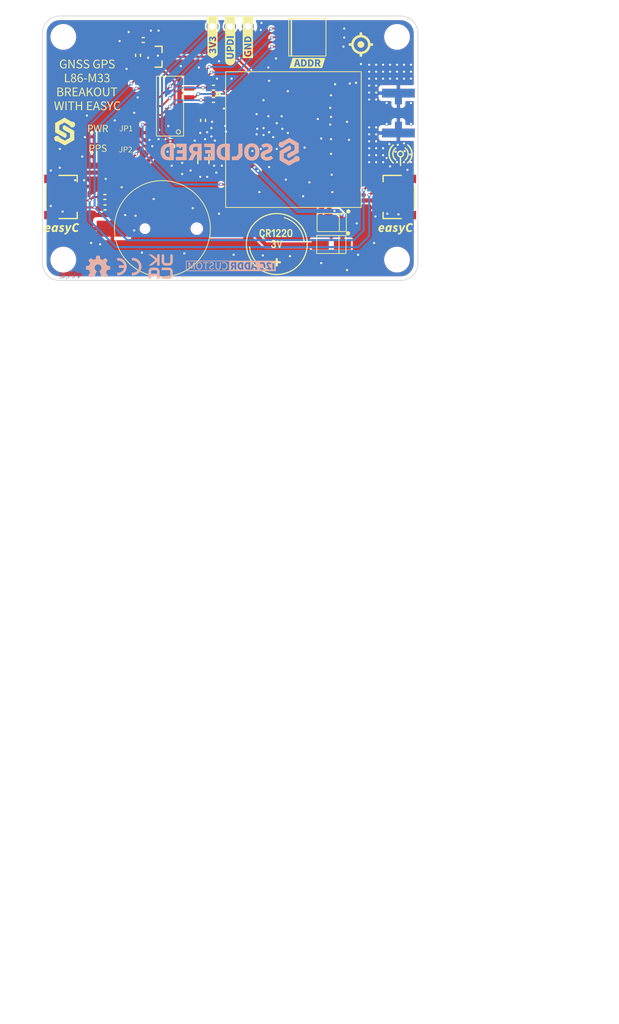
<source format=kicad_pcb>
(kicad_pcb (version 20211014) (generator pcbnew)
  (title_block (title "GNSS GPS L86-M33 breakout with easyC") (date "2022-12-08") (rev "V1.1.0.") (company "SOLDERED") (comment 1 "333213"))
  (layers (0 "F.Cu" signal) (31 "B.Cu" signal) (34 "B.Paste" user) (35 "F.Paste" user) (36 "B.SilkS" user "B.Silkscreen") (37 "F.SilkS" user "F.Silkscreen") (38 "B.Mask" user) (39 "F.Mask" user) (44 "Edge.Cuts" user))
  (net 0 "")
  (net 1 "GND")
  (net 2 "3V3")
  (net 3 "V_BCKP")
  (net 4 "Net-(D2-Pad1)")
  (net 5 "Net-(D3-Pad1)")
  (net 6 "Net-(D4-Pad1)")
  (net 7 "RXD1")
  (net 8 "TXD1")
  (net 9 "Net-(JP4-Pad2)")
  (net 10 "Net-(R1-Pad1)")
  (net 11 "ANT")
  (net 12 "ANT_DET")
  (net 13 "PPS")
  (net 14 "FORCE_ON")
  (net 15 "RESET")
  (net 16 "Net-(R3-Pad1)")
  (net 18 "SCL")
  (net 19 "SDA")
  (net 20 "UPDI")
  (net 21 "ADD1")
  (net 22 "ADD2")
  (net 23 "ADD3")
  (net 24 "Net-(Q1-Pad1)")
  (net 25 "Net-(Q1-Pad3)")
  (net 26 "Net-(JP2-Pad2)")
  (footprint "e-radionica.com footprinti:SMD-JUMPER-CONNECTED_TRACE_SOLDERMASK" (layer "F.Cu") (at 121.95 107.19 180)
    (fp_text reference "JP4")
    (fp_text value "SMD-JUMPER-CONNECTED_TRACE_SOLDERMASK")
  )
  (footprint "kibuzzard-646B1202" (layer "F.Cu") (at 148.1 93.75)
    (fp_text reference "kibuzzard-646B1202" hide)
    (fp_text value "G***" hide)
  )
  (footprint "e-radionica.com footprinti:0603R" (layer "F.Cu") (at 124.5 90.45)
    (fp_text reference "R6")
    (fp_text value "47k")
  )
  (footprint "e-radionica.com footprinti:HOLE_3.2mm" (layer "F.Cu") (at 161 122)
    (fp_text reference "H3" hide)
    (fp_text value "HOLE_3.2mm" hide)
  )
  (footprint "e-radionica.com footprinti:HOLE_3.2mm" (layer "F.Cu") (at 113 90)
    (fp_text reference "H1" hide)
    (fp_text value "HOLE_3.2mm" hide)
  )
  (footprint "e-radionica.com footprinti:0402LED" (layer "F.Cu") (at 118 107.2 180)
    (fp_text reference "D4")
    (fp_text value "blue")
  )
  (footprint "Soldered Graphics:Logo-Front-easyC-5mm" (layer "F.Cu") (at 160.8 117.5)
    (fp_text reference "G***" hide)
    (fp_text value "LOGO" hide)
  )
  (footprint "e-radionica.com footprinti:0603R" (layer "F.Cu") (at 134.6 97.3 180)
    (fp_text reference "R3")
    (fp_text value "1k")
  )
  (footprint "kibuzzard-646B10BE" (layer "F.Cu") (at 116.45 93.9)
    (fp_text reference "kibuzzard-646B10BE" hide)
    (fp_text value "G***" hide)
  )
  (footprint "Soldered Graphics:Logo-Back-UKCA-3.5mm" (layer "F.Cu") (at 127 123)
    (fp_text reference "REF**" hide)
    (fp_text value "Logo-Back-UKCA-3.5mm" hide)
  )
  (footprint "e-radionica.com footprinti:SMD-JUMPER-CONNECTED_TRACE_SOLDERMASK" (layer "F.Cu") (at 122 104.35 180)
    (fp_text reference "JP2")
    (fp_text value "SMD-JUMPER-CONNECTED_TRACE_SOLDERMASK")
  )
  (footprint "kibuzzard-646B1217" (layer "F.Cu") (at 134.46 90.03 90)
    (fp_text reference "kibuzzard-646B1217" hide)
    (fp_text value "G***" hide)
  )
  (footprint "kibuzzard-646B10CD" (layer "F.Cu") (at 116.45 95.9)
    (fp_text reference "kibuzzard-646B10CD" hide)
    (fp_text value "G***" hide)
  )
  (footprint "Soldered Graphics:Logo-Front-easyC-5mm" (layer "F.Cu") (at 112.8 117.5)
    (fp_text reference "G***" hide)
    (fp_text value "LOGO" hide)
  )
  (footprint "kibuzzard-646B1119" (layer "F.Cu") (at 118 106)
    (fp_text reference "kibuzzard-646B1119" hide)
    (fp_text value "G***" hide)
  )
  (footprint "kibuzzard-646B1126" (layer "F.Cu") (at 122 103.15)
    (fp_text reference "kibuzzard-646B1126" hide)
    (fp_text value "G***" hide)
  )
  (footprint "e-radionica.com footprinti:CR1220_HOLDER" (layer "F.Cu") (at 128.25 117.55 90)
    (fp_text reference "K3")
    (fp_text value "CR1220_HOLDER")
  )
  (footprint "e-radionica.com footprinti:M4_DIODA" (layer "F.Cu") (at 151.6 116.67)
    (fp_text reference "D1")
    (fp_text value "M4_DIODA")
  )
  (footprint "Soldered Graphics:Logo-Front-Soldered-4mm" (layer "F.Cu") (at 113.2 103.6)
    (fp_text reference "G***" hide)
    (fp_text value "LOGO" hide)
  )
  (footprint "Soldered Graphics:Symbol-Front-CR1220" (layer "F.Cu") (at 143.7 119.75)
    (fp_text reference "REF**" hide)
    (fp_text value "Symbol-Front-CR1220" hide)
  )
  (footprint "e-radionica.com footprinti:M4_DIODA" (layer "F.Cu") (at 151.55 119.82)
    (fp_text reference "D2")
    (fp_text value "M4_DIODA")
  )
  (footprint "kibuzzard-646B10E4" (layer "F.Cu") (at 116.45 99.9)
    (fp_text reference "kibuzzard-646B10E4" hide)
    (fp_text value "G***" hide)
  )
  (footprint "e-radionica.com footprinti:0603R" (layer "F.Cu") (at 134.6 99.05 180)
    (fp_text reference "R1")
    (fp_text value "1k")
  )
  (footprint "e-radionica.com footprinti:DSHP03TS-S" (layer "F.Cu") (at 148.1 90.05)
    (fp_text reference "K8")
    (fp_text value "DSHP03TS-S")
  )
  (footprint "Soldered Graphics:Symbol-front-GNSS" (layer "F.Cu") (at 155.8 91.1)
    (fp_text reference "G***" hide)
    (fp_text value "LOGO" hide)
  )
  (footprint "e-radionica.com footprinti:0603R" (layer "F.Cu") (at 133.1 102 -90)
    (fp_text reference "R5")
    (fp_text value "10k")
  )
  (footprint "e-radionica.com footprinti:easyC-connector" (layer "F.Cu") (at 113.3 113 90)
    (fp_text reference "K7")
    (fp_text value "easyC-SMD")
  )
  (footprint "kibuzzard-646B1134" (layer "F.Cu") (at 121.95 106.18)
    (fp_text reference "kibuzzard-646B1134" hide)
    (fp_text value "G***" hide)
  )
  (footprint "kibuzzard-646B123E" (layer "F.Cu") (at 139.54 90 90)
    (fp_text reference "kibuzzard-646B123E" hide)
    (fp_text value "G***" hide)
  )
  (footprint "e-radionica.com footprinti:0603R" (layer "F.Cu") (at 123.75 92.65 90)
    (fp_text reference "R2")
    (fp_text value "4k7")
  )
  (footprint "e-radionica.com footprinti:0402R" (layer "F.Cu") (at 120 107.2 180)
    (fp_text reference "R10")
    (fp_text value "2k2")
  )
  (footprint "kibuzzard-646B122B" (layer "F.Cu") (at 137 90.5 90)
    (fp_text reference "kibuzzard-646B122B" hide)
    (fp_text value "G***" hide)
  )
  (footprint "e-radionica.com footprinti:HOLE_3.2mm" (layer "F.Cu") (at 113 122)
    (fp_text reference "H4" hide)
    (fp_text value "HOLE_3.2mm" hide)
  )
  (footprint "e-radionica.com footprinti:L86-M33" (layer "F.Cu") (at 146.1 104.75 180)
    (fp_text reference "U2")
    (fp_text value "L86-M33")
  )
  (footprint "e-radionica.com footprinti:FIDUCIAL_23" (layer "F.Cu") (at 161.75 113)
    (fp_text reference "FD1")
    (fp_text value "FIDUCIAL")
  )
  (footprint "e-radionica.com footprinti:HEADER-UPDI" (layer "F.Cu") (at 137 88.5)
    (fp_text reference "K6")
    (fp_text value "HEADER-UPDI")
  )
  (footprint "e-radionica.com footprinti:IPX connector with SMA" (layer "F.Cu") (at 160.2 100.94 -90)
    (fp_text reference "K1")
    (fp_text value "IPX connector with SMA")
  )
  (footprint "kibuzzard-646B10D8" (layer "F.Cu") (at 116.45 97.9)
    (fp_text reference "kibuzzard-646B10D8" hide)
    (fp_text value "G***" hide)
  )
  (footprint "Soldered Graphics:Logo-Back-SolderedFULL-20mm" (layer "F.Cu") (at 137 106.5)
    (fp_text reference "REF**" hide)
    (fp_text value "Logo-Front-SolderedFULL-20mm" hide)
  )
  (footprint "e-radionica.com footprinti:0402R" (layer "F.Cu") (at 120.1 104.35 180)
    (fp_text reference "R9")
    (fp_text value "2k2")
  )
  (footprint "Soldered Graphics:Logo-Back-CE-3.5mm" (layer "F.Cu") (at 122.5 123)
    (fp_text reference "REF**" hide)
    (fp_text value "Logo-Back-CE-3.5mm" hide)
  )
  (footprint "e-radionica.com footprinti:0402LED" (layer "F.Cu") (at 118 104.35 180)
    (fp_text reference "D3")
    (fp_text value "purple")
  )
  (footprint "Soldered Graphics:Logo-Back-OSH-3.5mm" (layer "F.Cu") (at 118 123)
    (fp_text reference "G***" hide)
    (fp_text value "LOGO" hide)
  )
  (footprint "Soldered Graphics:Symbol-Front-Antenna" (layer "F.Cu") (at 161.5 107)
    (fp_text reference "G***" hide)
    (fp_text value "LOGO" hide)
  )
  (footprint "kibuzzard-646B110E" (layer "F.Cu") (at 118 103.15)
    (fp_text reference "kibuzzard-646B110E" hide)
    (fp_text value "G***" hide)
  )
  (footprint "e-radionica.com footprinti:SOIC-14" (layer "F.Cu") (at 128.35 99.95 180)
    (fp_text reference "U5")
    (fp_text value "ATTINY1604-SSNR")
  )
  (footprint "e-radionica.com footprinti:HOLE_3.2mm" (layer "F.Cu") (at 161 90)
    (fp_text reference "H2" hide)
    (fp_text value "HOLE_3.2mm" hide)
  )
  (footprint "e-radionica.com footprinti:0603C" (layer "F.Cu") (at 134.95 106.77 90)
    (fp_text reference "C2")
    (fp_text value "100n")
  )
  (footprint "e-radionica.com footprinti:easyC-connector" (layer "F.Cu") (at 160.7 113 -90)
    (fp_text reference "K5")
    (fp_text value "easyC-SMD")
  )
  (footprint "e-radionica.com footprinti:0603R" (layer "F.Cu") (at 118.975 113)
    (fp_text reference "R4")
    (fp_text value "10k")
  )
  (footprint "e-radionica.com footprinti:1206C" (layer "F.Cu") (at 133.15 107.55 90)
    (fp_text reference "C3")
    (fp_text value "10u")
  )
  (footprint "e-radionica.com footprinti:0603C" (layer "F.Cu") (at 129.4 105.7 -90)
    (fp_text reference "C5")
    (fp_text value "100n")
  )
  (footprint "e-radionica.com footprinti:SOT-23-3" (layer "F.Cu") (at 126.5 92.85)
    (fp_text reference "Q1")
    (fp_text value "NPN")
  )
  (footprint "e-radionica.com footprinti:0603R" (layer "F.Cu") (at 119 114.5)
    (fp_text reference "R7")
    (fp_text value "10k")
  )
  (footprint "Soldered Graphics:Symbol-Front_I2C_ADDR_CUSTOM-NewFont" (layer "B.Cu") (at 137.1 122.9 180)
    (fp_text reference "REF**" hide)
    (fp_text value "Symbol-Front_I2C_ADDR_CUSTOM" hide)
  )
  (footprint "Soldered Graphics:Version1.1.0" (layer "B.Cu") (at 113.9 124.3 180)
    (fp_text reference "Ref**" hide)
    (fp_text value "Val**" hide)
  )
  (gr_line (start 112.5 125) (end 161.5 125) (layer "Edge.Cuts") (width 0.1))
  (gr_arc (start 164 122.5) (mid 163.267767 124.267767) (end 161.5 125) (layer "Edge.Cuts") (width 0.1))
  (gr_arc (start 110 89.5) (mid 110.732233 87.732233) (end 112.5 87) (layer "Edge.Cuts") (width 0.1))
  (gr_arc (start 112.5 125) (mid 110.732233 124.267767) (end 110 122.5) (layer "Edge.Cuts") (width 0.1))
  (gr_line (start 161.5 87) (end 112.5 87) (layer "Edge.Cuts") (width 0.1))
  (gr_arc (start 161.5 87) (mid 163.267767 87.732233) (end 164 89.5) (layer "Edge.Cuts") (width 0.1))
  (gr_line (start 164 122.5) (end 164 89.5) (layer "Edge.Cuts") (width 0.1))
  (gr_line (start 110 89.5) (end 110 122.5) (layer "Edge.Cuts") (width 0.1))
  (via (at 148.4 110.9) (size 0.5) (drill 0.3) (layers "F.Cu" "B.Cu") (net 1))
  (via (at 157 108) (size 0.5) (drill 0.3) (layers "F.Cu" "B.Cu") (net 1))
  (via (at 157 96) (size 0.5) (drill 0.3) (layers "F.Cu" "B.Cu") (net 1))
  (via (at 117 119.6) (size 0.5) (drill 0.3) (layers "F.Cu" "B.Cu") (net 1))
  (via (at 141.7 121.4) (size 0.5) (drill 0.3) (layers "F.Cu" "B.Cu") (net 1))
  (via (at 158 106) (size 0.5) (drill 0.3) (layers "F.Cu" "B.Cu") (net 1))
  (via (at 162 108) (size 0.5) (drill 0.3) (layers "F.Cu" "B.Cu") (net 1))
  (via (at 118.3 119.8) (size 0.5) (drill 0.3) (layers "F.Cu" "B.Cu") (net 1))
  (via (at 162.1 106.4) (size 0.5) (drill 0.3) (layers "F.Cu" "B.Cu") (net 1))
  (via (at 135 109.5) (size 0.5) (drill 0.3) (layers "F.Cu" "B.Cu") (net 1))
  (via (at 149.6 101.8) (size 0.5) (drill 0.3) (layers "F.Cu" "B.Cu") (net 1))
  (via (at 142.6 103.7) (size 0.5) (drill 0.3) (layers "F.Cu" "B.Cu") (net 1))
  (via (at 132.5 94.4) (size 0.5) (drill 0.3) (layers "F.Cu" "B.Cu") (net 1))
  (via (at 141.5 88) (size 0.5) (drill 0.3) (layers "F.Cu" "B.Cu") (net 1))
  (via (at 158 95) (size 0.5) (drill 0.3) (layers "F.Cu" "B.Cu") (net 1))
  (via (at 157.7 119.6) (size 0.5) (drill 0.3) (layers "F.Cu" "B.Cu") (net 1))
  (via (at 135.4 115.4) (size 0.5) (drill 0.3) (layers "F.Cu" "B.Cu") (net 1))
  (via (at 141.2 112.3) (size 0.5) (drill 0.3) (layers "F.Cu" "B.Cu") (net 1))
  (via (at 158 108) (size 0.5) (drill 0.3) (layers "F.Cu" "B.Cu") (net 1))
  (via (at 135.1 96) (size 0.5) (drill 0.3) (layers "F.Cu" "B.Cu") (net 1))
  (via (at 134.3 103.1) (size 0.5) (drill 0.3) (layers "F.Cu" "B.Cu") (net 1))
  (via (at 131.6 114.6) (size 0.5) (drill 0.3) (layers "F.Cu" "B.Cu") (net 1))
  (via (at 150.1 104.6) (size 0.5) (drill 0.3) (layers "F.Cu" "B.Cu") (net 1))
  (via (at 140.8 101.1) (size 0.5) (drill 0.3) (layers "F.Cu" "B.Cu") (net 1))
  (via (at 134.4 102.2) (size 0.5) (drill 0.3) (layers "F.Cu" "B.Cu") (net 1))
  (via (at 154.1 104.8) (size 0.5) (drill 0.3) (layers "F.Cu" "B.Cu") (net 1))
  (via (at 160 108.6) (size 0.5) (drill 0.3) (layers "F.Cu" "B.Cu") (net 1))
  (via (at 150.1 122.5) (size 0.5) (drill 0.3) (layers "F.Cu" "B.Cu") (net 1))
  (via (at 157 103) (size 0.5) (drill 0.3) (layers "F.Cu" "B.Cu") (net 1))
  (via (at 125.8 105.7) (size 0.5) (drill 0.3) (layers "F.Cu" "B.Cu") (net 1))
  (via (at 116 110.6) (size 0.5) (drill 0.3) (layers "F.Cu" "B.Cu") (net 1))
  (via (at 130.4 121.1) (size 0.5) (drill 0.3) (layers "F.Cu" "B.Cu") (net 1))
  (via (at 132.7 110.1) (size 0.5) (drill 0.3) (layers "F.Cu" "B.Cu") (net 1))
  (via (at 151.5 98.4) (size 0.5) (drill 0.3) (layers "F.Cu" "B.Cu") (net 1))
  (via (at 121.1 90.6) (size 0.5) (drill 0.3) (layers "F.Cu" "B.Cu") (net 1))
  (via (at 161.1 105.5) (size 0.5) (drill 0.3) (layers "F.Cu" "B.Cu") (net 1))
  (via (at 140.9 103.2) (size 0.5) (drill 0.3) (layers "F.Cu" "B.Cu") (net 1))
  (via (at 162 95) (size 0.5) (drill 0.3) (layers "F.Cu" "B.Cu") (net 1))
  (via (at 158 99) (size 0.5) (drill 0.3) (layers "F.Cu" "B.Cu") (net 1))
  (via (at 116.4 101.3) (size 0.5) (drill 0.3) (layers "F.Cu" "B.Cu") (net 1))
  (via (at 136.4 103.6) (size 0.5) (drill 0.3) (layers "F.Cu" "B.Cu") (net 1))
  (via (at 143.2 104.4) (size 0.5) (drill 0.3) (layers "F.Cu" "B.Cu") (net 1))
  (via (at 141.8 99.1) (size 0.5) (drill 0.3) (layers "F.Cu" "B.Cu") (net 1))
  (via (at 126 113.3) (size 0.5) (drill 0.3) (layers "F.Cu" "B.Cu") (net 1))
  (via (at 162.5 109.1) (size 0.5) (drill 0.3) (layers "F.Cu" "B.Cu") (net 1))
  (via (at 147.5 112.9) (size 0.5) (drill 0.3) (layers "F.Cu" "B.Cu") (net 1))
  (via (at 142.5 101.4) (size 0.5) (drill 0.3) (layers "F.Cu" "B.Cu") (net 1))
  (via (at 157 95) (size 0.5) (drill 0.3) (layers "F.Cu" "B.Cu") (net 1))
  (via (at 123.7 98.7) (size 0.5) (drill 0.3) (layers "F.Cu" "B.Cu") (net 1))
  (via (at 114.7 110.6) (size 0.5) (drill 0.3) (layers "F.Cu" "B.Cu") (net 1))
  (via (at 163 96) (size 0.5) (drill 0.3) (layers "F.Cu" "B.Cu") (net 1))
  (via (at 162.9 106.9) (size 0.5) (drill 0.3) (layers "F.Cu" "B.Cu") (net 1))
  (via (at 142.6 96.3) (size 0.5) (drill 0.3) (layers "F.Cu" "B.Cu") (net 1))
  (via (at 126.7 89.1) (size 0.5) (drill 0.3) (layers "F.Cu" "B.Cu") (net 1))
  (via (at 128.1 102.8) (size 0.5) (drill 0.3) (layers "F.Cu" "B.Cu") (net 1))
  (via (at 142.5 94.4) (size 0.5) (drill 0.3) (layers "F.Cu" "B.Cu") (net 1))
  (via (at 153.8 102.2) (size 0.5) (drill 0.3) (layers "F.Cu" "B.Cu") (net 1))
  (via (at 141.8 104.1) (size 0.5) (drill 0.3) (layers "F.Cu" "B.Cu") (net 1))
  (via (at 162 105.3) (size 0.5) (drill 0.3) (layers "F.Cu" "B.Cu") (net 1))
  (via (at 145.3 97.8) (size 0.5) (drill 0.3) (layers "F.Cu" "B.Cu") (net 1))
  (via (at 159 107) (size 0.5) (drill 0.3) (layers "F.Cu" "B.Cu") (net 1))
  (via (at 137.2 96) (size 0.5) (drill 0.3) (layers "F.Cu" "B.Cu") (net 1))
  (via (at 162 94) (size 0.5) (drill 0.3) (layers "F.Cu" "B.Cu") (net 1))
  (via (at 130.1 108.1) (size 0.5) (drill 0.3) (layers "F.Cu" "B.Cu") (net 1))
  (via (at 158 107) (size 0.5) (drill 0.3) (layers "F.Cu" "B.Cu") (net 1))
  (via (at 121.4 111.6) (size 0.5) (drill 0.3) (layers "F.Cu" "B.Cu") (net 1))
  (via (at 161 96) (size 0.5) (drill 0.3) (layers "F.Cu" "B.Cu") (net 1))
  (via (at 159.6 115.4) (size 0.5) (drill 0.3) (layers "F.Cu" "B.Cu") (net 1))
  (via (at 126.6 92.7) (size 0.5) (drill 0.3) (layers "F.Cu" "B.Cu") (net 1))
  (via (at 153.4 90.1) (size 0.5) (drill 0.3) (layers "F.Cu" "B.Cu") (net 1))
  (via (at 157 104) (size 0.5) (drill 0.3) (layers "F.Cu" "B.Cu") (net 1))
  (via (at 145.6 121.5) (size 0.5) (drill 0.3) (layers "F.Cu" "B.Cu") (net 1))
  (via (at 159 106) (size 0.5) (drill 0.3) (layers "F.Cu" "B.Cu") (net 1))
  (via (at 162 96) (size 0.5) (drill 0.3) (layers "F.Cu" "B.Cu") (net 1))
  (via (at 125.4 104.8) (size 0.5) (drill 0.3) (layers "F.Cu" "B.Cu") (net 1))
  (via (at 135.8 108.5) (size 0.5) (drill 0.3) (layers "F.Cu" "B.Cu") (net 1))
  (via (at 131.9 104.9) (size 0.5) (drill 0.3) (layers "F.Cu" "B.Cu") (net 1))
  (via (at 123.2 100.9) (size 0.5) (drill 0.3) (layers "F.Cu" "B.Cu") (net 1))
  (via (at 141.4 89) (size 0.5) (drill 0.3) (layers "F.Cu" "B.Cu") (net 1))
  (via (at 155.2 116.8) (size 0.5) (drill 0.3) (layers "F.Cu" "B.Cu") (net 1))
  (via (at 116.1 104.4) (size 0.5) (drill 0.3) (layers "F.Cu" "B.Cu") (net 1))
  (via (at 112.5 108.8) (size 0.5) (drill 0.3) (layers "F.Cu" "B.Cu") (net 1))
  (via (at 130.1 109.7) (size 0.5) (drill 0.3) (layers "F.Cu" "B.Cu") (net 1))
  (via (at 136.1 100.3) (size 0.5) (drill 0.3) (layers "F.Cu" "B.Cu") (net 1))
  (via (at 123.2 117.8) (size 0.5) (drill 0.3) (layers "F.Cu" "B.Cu") (net 1))
  (via (at 121.9 115.6) (size 0.5) (drill 0.3) (layers "F.Cu" "B.Cu") (net 1))
  (via (at 160.8 106.5) (size 0.5) (drill 0.3) (layers "F.Cu" "B.Cu") (net 1))
  (via (at 158 97) (size 0.5) (drill 0.3) (layers "F.Cu" "B.Cu") (net 1))
  (via (at 159 96) (size 0.5) (drill 0.3) (layers "F.Cu" "B.Cu") (net 1))
  (via (at 151.4 100.2) (size 0.5) (drill 0.3) (layers "F.Cu" "B.Cu") (net 1))
  (via (at 124.3 121) (size 0.5) (drill 0.3) (layers "F.Cu" "B.Cu") (net 1))
  (via (at 158 96) (size 0.5) (drill 0.3) (layers "F.Cu" "B.Cu") (net 1))
  (via (at 144.5 103.2) (size 0.5) (drill 0.3) (layers "F.Cu" "B.Cu") (net 1))
  (via (at 159.5 107.4) (size 0.5) (drill 0.3) (layers "F.Cu" "B.Cu") (net 1))
  (via (at 125.6 89.1) (size 0.5) (drill 0.3) (layers "F.Cu" "B.Cu") (net 1))
  (via (at 131.3 109.2) (size 0.5) (drill 0.3) (layers "F.Cu" "B.Cu") (net 1))
  (via (at 159 94) (size 0.5) (drill 0.3) (layers "F.Cu" "B.Cu") (net 1))
  (via (at 159 108) (size 0.5) (drill 0.3) (layers "F.Cu" "B.Cu") (net 1))
  (via (at 122.1 94.6) (size 0.5) (drill 0.3) (layers "F.Cu" "B.Cu") (net 1))
  (via (at 134.7 108.5) (size 0.5) (drill 0.3) (layers "F.Cu" "B.Cu") (net 1))
  (via (at 159 95) (size 0.5) (drill 0.3) (layers "F.Cu" "B.Cu") (net 1))
  (via (at 158 98) (size 0.5) (drill 0.3) (layers "F.Cu" "B.Cu") (net 1))
  (via (at 133.4 104.7) (size 0.5) (drill 0.3) (layers "F.Cu" "B.Cu") (net 1))
  (via (at 111.2 114.3) (size 0.5) (drill 0.3) (layers "F.Cu" "B.Cu") (net 1))
  (via (at 151.6 109.8) (size 0.5) (drill 0.3) (layers "F.Cu" "B.Cu") (net 1))
  (via (at 151.5 101.5) (size 0.5) (drill 0.3) (layers "F.Cu" "B.Cu") (net 1))
  (via (at 157 105) (size 0.5) (drill 0.3) (layers "F.Cu" "B.Cu") (net 1))
  (via (at 140.2 106.4) (size 0.5) (drill 0.3) (layers "F.Cu" "B.Cu") (net 1))
  (via (at 157 99) (size 0.5) (drill 0.3) (layers "F.Cu" "B.Cu") (net 1))
  (via (at 135.4 93.5) (size 0.5) (drill 0.3) (layers "F.Cu" "B.Cu") (net 1))
  (via (at 157 98) (size 0.5) (drill 0.3) (layers "F.Cu" "B.Cu") (net 1))
  (via (at 111.2 109.2) (size 0.5) (drill 0.3) (layers "F.Cu" "B.Cu") (net 1))
  (via (at 158 94) (size 0.5) (drill 0.3) (layers "F.Cu" "B.Cu") (net 1))
  (via (at 133.7 110.1) (size 0.5) (drill 0.3) (layers "F.Cu" "B.Cu") (net 1))
  (via (at 134.8 104.9) (size 0.5) (drill 0.3) (layers "F.Cu" "B.Cu") (net 1))
  (via (at 161 108) (size 0.5) (drill 0.3) (layers "F.Cu" "B.Cu") (net 1))
  (via (at 151.4 102.6) (size 0.5) (drill 0.3) (layers "F.Cu" "B.Cu") (net 1))
  (via (at 119.1 110.4) (size 0.5) (drill 0.3) (layers "F.Cu" "B.Cu") (net 1))
  (via (at 137.5 121.3) (size 0.5) (drill 0.3) (layers "F.Cu" "B.Cu") (net 1))
  (via (at 112.5 106.1) (size 0.5) (drill 0.3) (layers "F.Cu" "B.Cu") (net 1))
  (via (at 141.4 106.1) (size 0.5) (drill 0.3) (layers "F.Cu" "B.Cu") (net 1))
  (via (at 158 103) (size 0.5) (drill 0.3) (layers "F.Cu" "B.Cu") (net 1))
  (via (at 140.8 104) (size 0.5) (drill 0.3) (layers "F.Cu" "B.Cu") (net 1))
  (via (at 151.5 106.8) (size 0.5) (drill 0.3) (layers "F.Cu" "B.Cu") (net 1))
  (via (at 132.7 103.8) (size 0.5) (drill 0.3) (layers "F.Cu" "B.Cu") (net 1))
  (via (at 126.7 104.7) (size 0.5) (drill 0.3) (layers "F.Cu" "B.Cu") (net 1))
  (via (at 155.1 96.6) (size 0.5) (drill 0.3) (layers "F.Cu" "B.Cu") (net 1))
  (via (at 115.725 107.2) (size 0.5) (drill 0.3) (layers "F.Cu" "B.Cu") (net 1))
  (via (at 143.7 106.1) (size 0.5) (drill 0.3) (layers "F.Cu" "B.Cu") (net 1))
  (via (at 157.9 115.8) (size 0.5) (drill 0.3) (layers "F.Cu" "B.Cu") (net 1))
  (via (at 155.4 121.3) (size 0.5) (drill 0.3) (layers "F.Cu" "B.Cu") (net 1))
  (via (at 153.3 91.4) (size 0.5) (drill 0.3) (layers "F.Cu" "B.Cu") (net 1))
  (via (at 133.7 103.7) (size 0.5) (drill 0.3) (layers "F.Cu" "B.Cu") (net 1))
  (via (at 160 94) (size 0.5) (drill 0.3) (layers "F.Cu" "B.Cu") (net 1))
  (via (at 161.2 115.5) (size 0.5) (drill 0.3) (layers "F.Cu" "B.Cu") (net 1))
  (via (at 152.1 96.8) (size 0.5) (drill 0.3) (layers "F.Cu" "B.Cu") (net 1))
  (via (at 159.5 102.5) (size 0.5) (drill 0.3) (layers "F.Cu" "B.Cu") (net 1))
  (via (at 143.6 93.1) (size 0.5) (drill 0.3) (layers "F.Cu" "B.Cu") (net 1))
  (via (at 144.4 101.4) (size 0.5) (drill 0.3) (layers "F.Cu" "B.Cu") (net 1))
  (via (at 151.5 104.7) (size 0.5) (drill 0.3) (layers "F.Cu" "B.Cu") (net 1))
  (via (at 129.9 94.2) (size 0.5) (drill 0.3) (layers "F.Cu" "B.Cu") (net 1))
  (via (at 160 95) (size 0.5) (drill 0.3) (layers "F.Cu" "B.Cu") (net 1))
  (via (at 157 106) (size 0.5) (drill 0.3) (layers "F.Cu" "B.Cu") (net 1))
  (via (at 157 107) (size 0.5) (drill 0.3) (layers "F.Cu" "B.Cu") (net 1))
  (via (at 145 110.5) (size 0.5) (drill 0.3) (layers "F.Cu" "B.Cu") (net 1))
  (via (at 128 106.5) (size 0.5) (drill 0.3) (layers "F.Cu" "B.Cu") (net 1))
  (via (at 158 105) (size 0.5) (drill 0.3) (layers "F.Cu" "B.Cu") (net 1))
  (via (at 145.3 103.8) (size 0.5) (drill 0.3) (layers "F.Cu" "B.Cu") (net 1))
  (via (at 122.4 89.3) (size 0.5) (drill 0.3) (layers "F.Cu" "B.Cu") (net 1))
  (via (at 120.4 102) (size 0.5) (drill 0.3) (layers "F.Cu" "B.Cu") (net 1))
  (via (at 160 96) (size 0.5) (drill 0.3) (layers "F.Cu" "B.Cu") (net 1))
  (via (at 153.8 123.5) (size 0.5) (drill 0.3) (layers "F.Cu" "B.Cu") (net 1))
  (via (at 157 97) (size 0.5) (drill 0.3) (layers "F.Cu" "B.Cu") (net 1))
  (via (at 163 99.5) (size 0.5) (drill 0.3) (layers "F.Cu" "B.Cu") (net 1))
  (via (at 125.2 93) (size 0.5) (drill 0.3) (layers "F.Cu" "B.Cu") (net 1))
  (via (at 154.2 96.7) (size 0.5) (drill 0.3) (layers "F.Cu" "B.Cu") (net 1))
  (via (at 147.7 105.9) (size 0.5) (drill 0.3) (layers "F.Cu" "B.Cu") (net 1))
  (via (at 134.3 104.3) (size 0.5) (drill 0.3) (layers "F.Cu" "B.Cu") (net 1))
  (via (at 155.8 93.9) (size 0.5) (drill 0.3) (layers "F.Cu" "B.Cu") (net 1))
  (via (at 159.5 99.5) (size 0.5) (drill 0.3) (layers "F.Cu" "B.Cu") (net 1))
  (via (at 157 94) (size 0.5) (drill 0.3) (layers "F.Cu" "B.Cu") (net 1))
  (via (at 161 94) (size 0.5) (drill 0.3) (layers "F.Cu" "B.Cu") (net 1))
  (via (at 143.7 102.4) (size 0.5) (drill 0.3) (layers "F.Cu" "B.Cu") (net 1))
  (via (at 142.6 108.7) (size 0.5) (drill 0.3) (layers "F.Cu" "B.Cu") (net 1))
  (via (at 163 94) (size 0.5) (drill 0.3) (layers "F.Cu" "B.Cu") (net 1))
  (via (at 112.9 115.1) (size 0.5) (drill 0.3) (layers "F.Cu" "B.Cu") (net 1))
  (via (at 141.8 103.1) (size 0.5) (drill 0.3) (layers "F.Cu" "B.Cu") (net 1))
  (via (at 123.4 115.7) (size 0.5) (drill 0.3) (layers "F.Cu" "B.Cu") (net 1))
  (via (at 161 95) (size 0.5) (drill 0.3) (layers "F.Cu" "B.Cu") (net 1))
  (via (at 151.7 112.3) (size 0.5) (drill 0.3) (layers "F.Cu" "B.Cu") (net 1))
  (via (at 163 95) (size 0.5) (drill 0.3) (layers "F.Cu" "B.Cu") (net 1))
  (via (at 159.9 105.4) (size 0.5) (drill 0.3) (layers "F.Cu" "B.Cu") (net 1))
  (via (at 163 102.5) (size 0.5) (drill 0.3) (layers "F.Cu" "B.Cu") (net 1))
  (via (at 163 108) (size 0.5) (drill 0.3) (layers "F.Cu" "B.Cu") (net 1))
  (via (at 158 104) (size 0.5) (drill 0.3) (layers "F.Cu" "B.Cu") (net 1))
  (via (at 128.6 108.5) (size 0.5) (drill 0.3) (layers "F.Cu" "B.Cu") (net 1))
  (via (at 136.3 102.8) (size 0.5) (drill 0.3) (layers "F.Cu" "B.Cu") (net 1))
  (via (at 153.4 88.8) (size 0.5) (drill 0.3) (layers "F.Cu" "B.Cu") (net 1))
  (segment (start 125.5 109.5) (end 121.25 109.5) (width 0.6) (layer "F.Cu") (net 2))
  (segment (start 123.35 104.35) (end 125.625 106.625) (width 0.3) (layer "F.Cu") (net 2))
  (segment (start 129.97 104.97) (end 131.02 106.02) (width 0.6) (layer "F.Cu") (net 2))
  (segment (start 129 113) (end 125.5 109.5) (width 0.6) (layer "F.Cu") (net 2))
  (segment (start 119.725 111.025) (end 119.725 114.45) (width 0.3) (layer "F.Cu") (net 2))
  (segment (start 129.4 104.97) (end 129.4 104.1) (width 0.6) (layer "F.Cu") (net 2))
  (segment (start 142.42 116.67) (end 138.75 113) (width 0.6) (layer "F.Cu") (net 2))
  (segment (start 114.25 109.5) (end 113.5 110.25) (width 0.6) (layer "F.Cu") (net 2))
  (segment (start 131.04 103.75) (end 131.05 103.76) (width 0.6) (layer "F.Cu") (net 2))
  (segment (start 122.35 104.35) (end 123.35 104.35) (width 0.3) (layer "F.Cu") (net 2))
  (segment (start 125.625 106.625) (end 126.375 106.625) (width 0.3) (layer "F.Cu") (net 2))
  (segment (start 129.4 104.97) (end 129.97 104.97) (width 0.6) (layer "F.Cu") (net 2))
  (segment (start 138.75 113) (end 129 113) (width 0.6) (layer "F.Cu") (net 2))
  (segment (start 150 114.75) (end 150 116.67) (width 0.6) (layer "F.Cu") (net 2))
  (segment (start 124.75 108.25) (end 124.75 108.75) (width 0.6) (layer "F.Cu") (net 2))
  (segment (start 119.725 114.45) (end 119.75 114.475) (width 0.3) (layer "F.Cu") (net 2))
  (segment (start 113.5 112) (end 114 112.5) (width 0.6) (layer "F.Cu") (net 2))
  (segment (start 129.75 103.75) (end 131.04 103.75) (width 0.6) (layer "F.Cu") (net 2))
  (segment (start 131.02 106.02) (end 138.35 106.02) (width 0.6) (layer "F.Cu") (net 2))
  (segment (start 129.4 104.97) (end 128.03 104.97) (width 0.6) (layer "F.Cu") (net 2))
  (segment (start 113.5 110.25) (end 113.5 112) (width 0.6) (layer "F.Cu") (net 2))
  (segment (start 151.25 113.5) (end 150 114.75) (width 0.6) (layer "F.Cu") (net 2))
  (segment (start 150 116.67) (end 142.42 116.67) (width 0.6) (layer "F.Cu") (net 2))
  (segment (start 126.375 106.625) (end 124.75 108.25) (width 0.6) (layer "F.Cu") (net 2))
  (segment (start 128.03 104.97) (end 126.375 106.625) (width 0.6) (layer "F.Cu") (net 2))
  (segment (start 158.55 113.5) (end 151.25 113.5) (width 0.6) (layer "F.Cu") (net 2))
  (segment (start 114 112.5) (end 115.45 112.5) (width 0.6) (layer "F.Cu") (net 2))
  (segment (start 124.75 108.75) (end 125.5 109.5) (width 0.6) (layer "F.Cu") (net 2))
  (segment (start 121.25 109.5) (end 119.725 111.025) (width 0.3) (layer "F.Cu") (net 2))
  (segment (start 121.25 109.5) (end 114.25 109.5) (width 0.6) (layer "F.Cu") (net 2))
  (segment (start 129.4 104.1) (end 129.75 103.75) (width 0.6) (layer "F.Cu") (net 2))
  (via (at 128.4 105) (size 0.5) (drill 0.3) (layers "F.Cu" "B.Cu") (net 2))
  (segment (start 127.2 95.76) (end 134.46 88.5) (width 0.3) (layer "B.Cu") (net 2))
  (segment (start 128.4 105) (end 127.2 103.8) (width 0.3) (layer "B.Cu") (net 2))
  (segment (start 127.2 103.8) (end 127.2 95.76) (width 0.3) (layer "B.Cu") (net 2))
  (segment (start 153.15 116.72) (end 153.2 116.67) (width 0.6) (layer "F.Cu") (net 3))
  (segment (start 152.5 115) (end 152 115) (width 0.6) (layer "F.Cu") (net 3))
  (segment (start 153 115.5) (end 153 116.47) (width 0.6) (layer "F.Cu") (net 3))
  (segment (start 140.31 108.56) (end 138.35 108.56) (width 0.6) (layer "F.Cu") (net 3))
  (segment (start 153 115.5) (end 152.5 115) (width 0.6) (layer "F.Cu") (net 3))
  (segment (start 153.15 119.82) (end 153.15 116.72) (width 0.6) (layer "F.Cu") (net 3))
  (segment (start 153 116.47) (end 153.2 116.67) (width 0.6) (layer "F.Cu") (net 3))
  (segment (start 140.5 108.75) (end 141 109.25) (width 0.6) (layer "F.Cu") (net 3))
  (segment (start 140.5 108.75) (end 140.31 108.56) (width 0.6) (layer "F.Cu") (net 3))
  (via (at 152 115) (size 0.5) (drill 0.3) (layers "F.Cu" "B.Cu") (net 3))
  (via (at 140.5 108.75) (size 0.5) (drill 0.3) (layers "F.Cu" "B.Cu") (net 3))
  (via (at 141 109.25) (size 0.5) (drill 0.3) (layers "F.Cu" "B.Cu") (net 3))
  (via (at 153 115.5) (size 0.5) (drill 0.3) (layers "F.Cu" "B.Cu") (net 3))
  (segment (start 152.5 115) (end 153 115.5) (width 0.6) (layer "B.Cu") (net 3))
  (segment (start 152 115) (end 152.5 115) (width 0.6) (layer "B.Cu") (net 3))
  (segment (start 141 109.25) (end 146.75 115) (width 0.6) (layer "B.Cu") (net 3))
  (segment (start 140.5 108.75) (end 141 109.25) (width 0.6) (layer "B.Cu") (net 3))
  (segment (start 146.75 115) (end 152 115) (width 0.6) (layer "B.Cu") (net 3))
  (segment (start 139.8 117.55) (end 142.07 119.82) (width 0.6) (layer "F.Cu") (net 4))
  (segment (start 136.45 117.55) (end 139.8 117.55) (width 0.6) (layer "F.Cu") (net 4))
  (segment (start 142.07 119.82) (end 149.95 119.82) (width 0.6) (layer "F.Cu") (net 4))
  (segment (start 118.55 104.35) (end 119.6 104.35) (width 0.3) (layer "F.Cu") (net 5))
  (segment (start 118.55 107.2) (end 119.5 107.2) (width 0.3) (layer "F.Cu") (net 6))
  (segment (start 132.8 99.1) (end 133.775 99.1) (width 0.254) (layer "F.Cu") (net 7))
  (segment (start 127.08 101.22) (end 125.65 101.22) (width 0.254) (layer "F.Cu") (net 7))
  (segment (start 128.3 100) (end 127.08 101.22) (width 0.254) (layer "F.Cu") (net 7))
  (segment (start 133.775 99.1) (end 133.825 99.05) (width 0.254) (layer "F.Cu") (net 7))
  (via (at 132.8 99.1) (size 0.5) (drill 0.3) (layers "F.Cu" "B.Cu") (net 7))
  (via (at 128.3 100) (size 0.5) (drill 0.3) (layers "F.Cu" "B.Cu") (net 7))
  (segment (start 129.2 99.1) (end 132.8 99.1) (width 0.254) (layer "B.Cu") (net 7))
  (segment (start 128.3 100) (end 129.2 99.1) (width 0.254) (layer "B.Cu") (net 7))
  (segment (start 133.825 97.3) (end 133.1 97.3) (width 0.254) (layer "F.Cu") (net 8))
  (segment (start 128.3 98.8) (end 127.15 99.95) (width 0.254) (layer "F.Cu") (net 8))
  (segment (start 127.15 99.95) (end 125.65 99.95) (width 0.254) (layer "F.Cu") (net 8))
  (via (at 128.3 98.8) (size 0.5) (drill 0.3) (layers "F.Cu" "B.Cu") (net 8))
  (via (at 133.1 97.3) (size 0.5) (drill 0.3) (layers "F.Cu" "B.Cu") (net 8))
  (segment (start 129.8 97.3) (end 133.1 97.3) (width 0.254) (layer "B.Cu") (net 8))
  (segment (start 128.3 98.8) (end 129.8 97.3) (width 0.254) (layer "B.Cu") (net 8))
  (segment (start 121.59 107.2) (end 121.6 107.19) (width 0.3) (layer "F.Cu") (net 9))
  (segment (start 120.5 107.2) (end 121.59 107.2) (width 0.3) (layer "F.Cu") (net 9))
  (segment (start 136.35 99.05) (end 138.24 100.94) (width 0.254) (layer "F.Cu") (net 10))
  (segment (start 135.375 99.05) (end 136.35 99.05) (width 0.254) (layer "F.Cu") (net 10))
  (segment (start 138.24 100.94) (end 138.35 100.94) (width 0.254) (layer "F.Cu") (net 10))
  (segment (start 160.18 100.96) (end 156 100.96) (width 1.6) (layer "F.Cu") (net 11))
  (segment (start 160.2 100.94) (end 160.18 100.96) (width 1.6) (layer "F.Cu") (net 11))
  (segment (start 132.9 100.4) (end 134.9 100.4) (width 0.3) (layer "F.Cu") (net 12))
  (segment (start 132.45 99.95) (end 132.9 100.4) (width 0.3) (layer "F.Cu") (net 12))
  (segment (start 142.2 102.2) (end 148.56 108.56) (width 0.3) (layer "F.Cu") (net 12))
  (segment (start 131.05 99.95) (end 132.45 99.95) (width 0.3) (layer "F.Cu") (net 12))
  (segment (start 136.7 102.2) (end 142.2 102.2) (width 0.3) (layer "F.Cu") (net 12))
  (segment (start 148.56 108.56) (end 153.85 108.56) (width 0.3) (layer "F.Cu") (net 12))
  (segment (start 134.9 100.4) (end 136.7 102.2) (width 0.3) (layer "F.Cu") (net 12))
  (segment (start 125.54 102.6) (end 125.65 102.49) (width 0.3) (layer "F.Cu") (net 13))
  (segment (start 122.3 107.19) (end 123.11 107.19) (width 0.3) (layer "F.Cu") (net 13))
  (segment (start 135.7 111.2) (end 138.25 111.2) (width 0.3) (layer "F.Cu") (net 13))
  (segment (start 138.25 111.2) (end 138.35 111.1) (width 0.3) (layer "F.Cu") (net 13))
  (segment (start 124.4 102.6) (end 125.54 102.6) (width 0.3) (layer "F.Cu") (net 13))
  (segment (start 123.11 107.19) (end 123.5 106.8) (width 0.3) (layer "F.Cu") (net 13))
  (via (at 123.5 106.8) (size 0.5) (drill 0.3) (layers "F.Cu" "B.Cu") (net 13))
  (via (at 124.4 102.6) (size 0.5) (drill 0.3) (layers "F.Cu" "B.Cu") (net 13))
  (via (at 135.7 111.2) (size 0.5) (drill 0.3) (layers "F.Cu" "B.Cu") (net 13))
  (segment (start 124.4 105.9) (end 124.4 102.6) (width 0.3) (layer "B.Cu") (net 13))
  (segment (start 129.1 111.2) (end 135.7 111.2) (width 0.3) (layer "B.Cu") (net 13))
  (segment (start 128.8 110.9) (end 129.1 111.2) (width 0.3) (layer "B.Cu") (net 13))
  (segment (start 123.5 106.8) (end 124.4 105.9) (width 0.3) (layer "B.Cu") (net 13))
  (segment (start 124.4 106.5) (end 128.8 110.9) (width 0.3) (layer "B.Cu") (net 13))
  (segment (start 124.4 105.9) (end 124.4 106.5) (width 0.3) (layer "B.Cu") (net 13))
  (segment (start 133.1 101.225) (end 134.525 101.225) (width 0.3) (layer "F.Cu") (net 14))
  (segment (start 135.1 101.8) (end 135.1 103.8) (width 0.3) (layer "F.Cu") (net 14))
  (segment (start 131.05 101.22) (end 133.095 101.22) (width 0.3) (layer "F.Cu") (net 14))
  (segment (start 144 105.1) (end 150 111.1) (width 0.3) (layer "F.Cu") (net 14))
  (segment (start 150 111.1) (end 153.85 111.1) (width 0.3) (layer "F.Cu") (net 14))
  (segment (start 133.095 101.22) (end 133.1 101.225) (width 0.3) (layer "F.Cu") (net 14))
  (segment (start 135.1 103.8) (end 136.4 105.1) (width 0.3) (layer "F.Cu") (net 14))
  (segment (start 134.525 101.225) (end 135.1 101.8) (width 0.3) (layer "F.Cu") (net 14))
  (segment (start 136.4 105.1) (end 144 105.1) (width 0.3) (layer "F.Cu") (net 14))
  (segment (start 123.75 93.425) (end 123.75 94.25) (width 0.3) (layer "F.Cu") (net 15))
  (segment (start 129 96.5) (end 129 101.8) (width 0.3) (layer "F.Cu") (net 15))
  (segment (start 124.5 95) (end 127.5 95) (width 0.3) (layer "F.Cu") (net 15))
  (segment (start 127.5 95) (end 129 96.5) (width 0.3) (layer "F.Cu") (net 15))
  (segment (start 129 101.8) (end 129.69 102.49) (width 0.3) (layer "F.Cu") (net 15))
  (segment (start 129.69 102.49) (end 131.05 102.49) (width 0.3) (layer "F.Cu") (net 15))
  (segment (start 123.75 94.25) (end 124.5 95) (width 0.3) (layer "F.Cu") (net 15))
  (segment (start 136.6 98.4) (end 138.35 98.4) (width 0.254) (layer "F.Cu") (net 16))
  (segment (start 135.5 97.3) (end 136.6 98.4) (width 0.254) (layer "F.Cu") (net 16))
  (segment (start 135.375 97.3) (end 135.5 97.3) (width 0.254) (layer "F.Cu") (net 16))
  (segment (start 123.51 97.41) (end 123.5 97.4) (width 0.3) (layer "F.Cu") (net 18))
  (segment (start 125.65 97.41) (end 123.51 97.41) (width 0.3) (layer "F.Cu") (net 18))
  (segment (start 156.7 111.5) (end 158.55 111.5) (width 0.3) (layer "F.Cu") (net 18))
  (segment (start 117.5 114.5) (end 118.225 114.5) (width 0.3) (layer "F.Cu") (net 18))
  (segment (start 115.45 114.5) (end 117.5 114.5) (width 0.3) (layer "F.Cu") (net 18))
  (segment (start 156.2 112) (end 156.7 111.5) (width 0.3) (layer "F.Cu") (net 18))
  (via (at 117.5 114.5) (size 0.5) (drill 0.3) (layers "F.Cu" "B.Cu") (net 18))
  (via (at 123.5 97.4) (size 0.5) (drill 0.3) (layers "F.Cu" "B.Cu") (net 18))
  (via (at 156.2 112) (size 0.5) (drill 0.3) (layers "F.Cu" "B.Cu") (net 18))
  (segment (start 156.2 117.8) (end 154.8 119.2) (width 0.3) (layer "B.Cu") (net 18))
  (segment (start 117.5 103.4) (end 117.5 114.5) (width 0.3) (layer "B.Cu") (net 18))
  (segment (start 123.5 97.4) (end 117.5 103.4) (width 0.3) (layer "B.Cu") (net 18))
  (segment (start 154.8 119.2) (end 122.2 119.2) (width 0.3) (layer "B.Cu") (net 18))
  (segment (start 122.2 119.2) (end 117.5 114.5) (width 0.3) (layer "B.Cu") (net 18))
  (segment (start 156.2 112) (end 156.2 117.8) (width 0.3) (layer "B.Cu") (net 18))
  (segment (start 157.2 112.5) (end 157 112.7) (width 0.3) (layer "F.Cu") (net 19))
  (segment (start 123.36 96.14) (end 125.65 96.14) (width 0.254) (layer "F.Cu") (net 19))
  (segment (start 115.45 113.5) (end 116.8 113.5) (width 0.3) (layer "F.Cu") (net 19))
  (segment (start 122.8 96.7) (end 123.36 96.14) (width 0.254) (layer "F.Cu") (net 19))
  (segment (start 117.3 113) (end 118.2 113) (width 0.3) (layer "F.Cu") (net 19))
  (segment (start 116.8 113.5) (end 117.3 113) (width 0.3) (layer "F.Cu") (net 19))
  (segment (start 158.55 112.5) (end 157.2 112.5) (width 0.3) (layer "F.Cu") (net 19))
  (via (at 122.8 96.7) (size 0.5) (drill 0.3) (layers "F.Cu" "B.Cu") (net 19))
  (via (at 157 112.7) (size 0.5) (drill 0.3) (layers "F.Cu" "B.Cu") (net 19))
  (via (at 116.8 113.5) (size 0.5) (drill 0.3) (layers "F.Cu" "B.Cu") (net 19))
  (segment (start 155.4 120.2) (end 120.6 120.2) (width 0.3) (layer "B.Cu") (net 19))
  (segment (start 116.8 102.7) (end 122.8 96.7) (width 0.254) (layer "B.Cu") (net 19))
  (segment (start 157 112.7) (end 157 118.6) (width 0.3) (layer "B.Cu") (net 19))
  (segment (start 157 118.6) (end 155.4 120.2) (width 0.3) (layer "B.Cu") (net 19))
  (segment (start 116.8 116.4) (end 116.8 113.5) (width 0.3) (layer "B.Cu") (net 19))
  (segment (start 120.6 120.2) (end 116.8 116.4) (width 0.3) (layer "B.Cu") (net 19))
  (segment (start 116.8 113.5) (end 116.8 102.7) (width 0.254) (layer "B.Cu") (net 19))
  (segment (start 126.82 98.68) (end 125.65 98.68) (width 0.254) (layer "F.Cu") (net 20))
  (segment (start 128.4 97.1) (end 126.82 98.68) (width 0.254) (layer "F.Cu") (net 20))
  (via (at 128.4 97.1) (size 0.5) (drill 0.3) (layers "F.Cu" "B.Cu") (net 20))
  (segment (start 128.4 97.1) (end 137 88.5) (width 0.254) (layer "B.Cu") (net 20))
  (segment (start 142.9 88.8) (end 144.27 88.8) (width 0.254) (layer "F.Cu") (net 21))
  (segment (start 132.16 96.14) (end 134 94.3) (width 0.254) (layer "F.Cu") (net 21))
  (segment (start 144.27 88.8) (end 144.29 88.78) (width 0.254) (layer "F.Cu") (net 21))
  (segment (start 131.05 96.14) (end 132.16 96.14) (width 0.254) (layer "F.Cu") (net 21))
  (via (at 134 94.3) (size 0.5) (drill 0.3) (layers "F.Cu" "B.Cu") (net 21))
  (via (at 142.9 88.8) (size 0.5) (drill 0.3) (layers "F.Cu" "B.Cu") (net 21))
  (segment (start 137.4 94.3) (end 142.9 88.8) (width 0.254) (layer "B.Cu") (net 21))
  (segment (start 134 94.3) (end 137.4 94.3) (width 0.254) (layer "B.Cu") (net 21))
  (segment (start 144.29 90.05) (end 143.05 90.05) (width 0.254) (layer "F.Cu") (net 22))
  (segment (start 131.99 97.41) (end 131.05 97.41) (width 0.254) (layer "F.Cu") (net 22))
  (segment (start 134.3 95.1) (end 131.99 97.41) (width 0.254) (layer "F.Cu") (net 22))
  (segment (start 143.05 90.05) (end 143 90.1) (width 0.254) (layer "F.Cu") (net 22))
  (via (at 143 90.1) (size 0.5) (drill 0.3) (layers "F.Cu" "B.Cu") (net 22))
  (via (at 134.3 95.1) (size 0.5) (drill 0.3) (layers "F.Cu" "B.Cu") (net 22))
  (segment (start 138 95.1) (end 134.3 95.1) (width 0.254) (layer "B.Cu") (net 22))
  (segment (start 143 90.1) (end 138 95.1) (width 0.254) (layer "B.Cu") (net 22))
  (segment (start 131.05 98.68) (end 131.92 98.68) (width 0.254) (layer "F.Cu") (net 23))
  (segment (start 144.21 91.4) (end 144.29 91.32) (width 0.254) (layer "F.Cu") (net 23))
  (segment (start 143 91.4) (end 144.21 91.4) (width 0.254) (layer "F.Cu") (net 23))
  (segment (start 131.92 98.68) (end 132.4 98.2) (width 0.254) (layer "F.Cu") (net 23))
  (via (at 132.4 98.2) (size 0.5) (drill 0.3) (layers "F.Cu" "B.Cu") (net 23))
  (via (at 143 91.4) (size 0.5) (drill 0.3) (layers "F.Cu" "B.Cu") (net 23))
  (segment (start 132.4 98.2) (end 136.2 98.2) (width 0.254) (layer "B.Cu") (net 23))
  (segment (start 136.2 98.2) (end 143 91.4) (width 0.254) (layer "B.Cu") (net 23))
  (segment (start 123.725 91.85) (end 123.75 91.875) (width 0.3) (layer "F.Cu") (net 24))
  (segment (start 123.725 90.45) (end 123.725 91.85) (width 0.3) (layer "F.Cu") (net 24))
  (segment (start 125.275 91.875) (end 125.3 91.9) (width 0.3) (layer "F.Cu") (net 24))
  (segment (start 123.75 91.875) (end 125.275 91.875) (width 0.3) (layer "F.Cu") (net 24))
  (segment (start 137.75 92.85) (end 148.38 103.48) (width 0.3) (layer "F.Cu") (net 25))
  (segment (start 148.38 103.48) (end 153.85 103.48) (width 0.3) (layer "F.Cu") (net 25))
  (segment (start 127.7 92.85) (end 137.75 92.85) (width 0.3) (layer "F.Cu") (net 25))
  (segment (start 120.6 104.35) (end 121.65 104.35) (width 0.3) (layer "F.Cu") (net 26))
  (zone (net 1) (net_name "GND") (layers F&B.Cu) (connect_pads (clearance 0.254)) (min_thickness 0.254) (fill yes (thermal_gap 0.508) (thermal_bridge_width 0.508))
    (polygon (pts (xy 164 125) (xy 110 125) (xy 110 87) (xy 164 87)))
  )
  (zone (net 11) (net_name "ANT") (layer "F.Cu") (priority 1) (connect_pads yes (clearance 0.254)) (min_thickness 0.254) (fill yes (thermal_gap 0.508) (thermal_bridge_width 0.508))
    (polygon (pts (xy 155.99 101.76) (xy 155.1 101.44) (xy 152.6 101.44) (xy 152.6 100.44) (xy 155.1 100.44) (xy 155.99 100.16)))
  )
)
</source>
